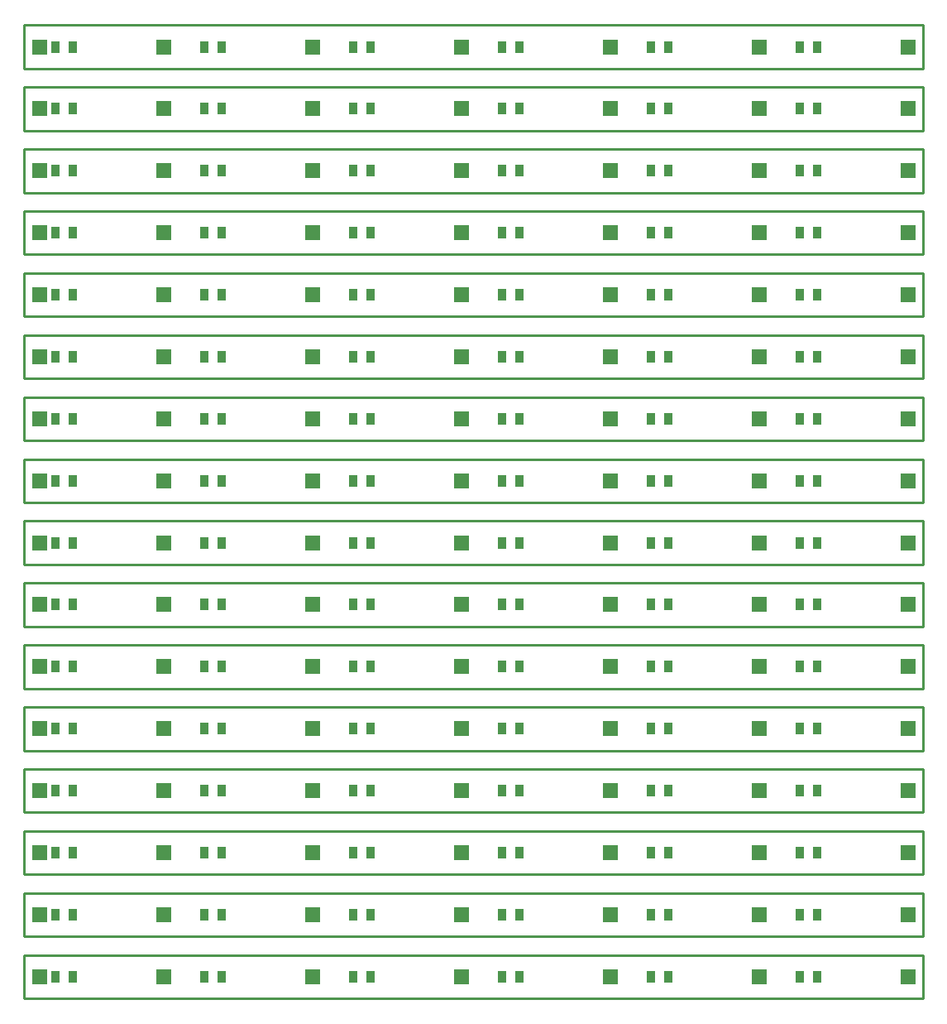
<source format=gbs>
G75*
G70*
%OFA0B0*%
%FSLAX25Y25*%
%IPPOS*%
%LPD*%
%AMOC8*
5,1,8,0,0,1.08239X$1,22.5*
%
%ADD11C,0.01000*%
%ADD12R,0.06310X0.06310*%
%ADD19R,0.03550X0.05120*%
X0010000Y0010000D02*
G75*
%LPD*%
D11*
X0010000Y0010000D02*
X0010000Y0027460D01*
X0372500Y0027460D01*
X0372500Y0010000D01*
X0010000Y0010000D01*
D19*
X0022710Y0018750D03*
X0029790Y0018750D03*
X0082710Y0018750D03*
X0089790Y0018750D03*
X0142710Y0018750D03*
X0149790Y0018750D03*
X0202710Y0018750D03*
X0209790Y0018750D03*
X0262710Y0018750D03*
X0269790Y0018750D03*
X0322710Y0018750D03*
X0329790Y0018750D03*
D12*
X0306250Y0018750D03*
X0246250Y0018750D03*
X0186250Y0018750D03*
X0126250Y0018750D03*
X0066250Y0018750D03*
X0016250Y0018750D03*
X0366250Y0018750D03*
X0010000Y0034960D02*
G75*
%LPD*%
D11*
X0010000Y0034960D02*
X0010000Y0052420D01*
X0372500Y0052420D01*
X0372500Y0034960D01*
X0010000Y0034960D01*
D19*
X0022710Y0043710D03*
X0029790Y0043710D03*
X0082710Y0043710D03*
X0089790Y0043710D03*
X0142710Y0043710D03*
X0149790Y0043710D03*
X0202710Y0043710D03*
X0209790Y0043710D03*
X0262710Y0043710D03*
X0269790Y0043710D03*
X0322710Y0043710D03*
X0329790Y0043710D03*
D12*
X0306250Y0043710D03*
X0246250Y0043710D03*
X0186250Y0043710D03*
X0126250Y0043710D03*
X0066250Y0043710D03*
X0016250Y0043710D03*
X0366250Y0043710D03*
X0010000Y0059920D02*
G75*
%LPD*%
D11*
X0010000Y0059920D02*
X0010000Y0077380D01*
X0372500Y0077380D01*
X0372500Y0059920D01*
X0010000Y0059920D01*
D19*
X0022710Y0068670D03*
X0029790Y0068670D03*
X0082710Y0068670D03*
X0089790Y0068670D03*
X0142710Y0068670D03*
X0149790Y0068670D03*
X0202710Y0068670D03*
X0209790Y0068670D03*
X0262710Y0068670D03*
X0269790Y0068670D03*
X0322710Y0068670D03*
X0329790Y0068670D03*
D12*
X0306250Y0068670D03*
X0246250Y0068670D03*
X0186250Y0068670D03*
X0126250Y0068670D03*
X0066250Y0068670D03*
X0016250Y0068670D03*
X0366250Y0068670D03*
X0010000Y0084880D02*
G75*
%LPD*%
D11*
X0010000Y0084880D02*
X0010000Y0102340D01*
X0372500Y0102340D01*
X0372500Y0084880D01*
X0010000Y0084880D01*
D19*
X0022710Y0093630D03*
X0029790Y0093630D03*
X0082710Y0093630D03*
X0089790Y0093630D03*
X0142710Y0093630D03*
X0149790Y0093630D03*
X0202710Y0093630D03*
X0209790Y0093630D03*
X0262710Y0093630D03*
X0269790Y0093630D03*
X0322710Y0093630D03*
X0329790Y0093630D03*
D12*
X0306250Y0093630D03*
X0246250Y0093630D03*
X0186250Y0093630D03*
X0126250Y0093630D03*
X0066250Y0093630D03*
X0016250Y0093630D03*
X0366250Y0093630D03*
X0010000Y0109840D02*
G75*
%LPD*%
D11*
X0010000Y0109840D02*
X0010000Y0127300D01*
X0372500Y0127300D01*
X0372500Y0109840D01*
X0010000Y0109840D01*
D19*
X0022710Y0118590D03*
X0029790Y0118590D03*
X0082710Y0118590D03*
X0089790Y0118590D03*
X0142710Y0118590D03*
X0149790Y0118590D03*
X0202710Y0118590D03*
X0209790Y0118590D03*
X0262710Y0118590D03*
X0269790Y0118590D03*
X0322710Y0118590D03*
X0329790Y0118590D03*
D12*
X0306250Y0118590D03*
X0246250Y0118590D03*
X0186250Y0118590D03*
X0126250Y0118590D03*
X0066250Y0118590D03*
X0016250Y0118590D03*
X0366250Y0118590D03*
X0010000Y0134800D02*
G75*
%LPD*%
D11*
X0010000Y0134800D02*
X0010000Y0152260D01*
X0372500Y0152260D01*
X0372500Y0134800D01*
X0010000Y0134800D01*
D19*
X0022710Y0143550D03*
X0029790Y0143550D03*
X0082710Y0143550D03*
X0089790Y0143550D03*
X0142710Y0143550D03*
X0149790Y0143550D03*
X0202710Y0143550D03*
X0209790Y0143550D03*
X0262710Y0143550D03*
X0269790Y0143550D03*
X0322710Y0143550D03*
X0329790Y0143550D03*
D12*
X0306250Y0143550D03*
X0246250Y0143550D03*
X0186250Y0143550D03*
X0126250Y0143550D03*
X0066250Y0143550D03*
X0016250Y0143550D03*
X0366250Y0143550D03*
X0010000Y0159760D02*
G75*
%LPD*%
D11*
X0010000Y0159760D02*
X0010000Y0177220D01*
X0372500Y0177220D01*
X0372500Y0159760D01*
X0010000Y0159760D01*
D19*
X0022710Y0168510D03*
X0029790Y0168510D03*
X0082710Y0168510D03*
X0089790Y0168510D03*
X0142710Y0168510D03*
X0149790Y0168510D03*
X0202710Y0168510D03*
X0209790Y0168510D03*
X0262710Y0168510D03*
X0269790Y0168510D03*
X0322710Y0168510D03*
X0329790Y0168510D03*
D12*
X0306250Y0168510D03*
X0246250Y0168510D03*
X0186250Y0168510D03*
X0126250Y0168510D03*
X0066250Y0168510D03*
X0016250Y0168510D03*
X0366250Y0168510D03*
X0010000Y0184720D02*
G75*
%LPD*%
D11*
X0010000Y0184720D02*
X0010000Y0202180D01*
X0372500Y0202180D01*
X0372500Y0184720D01*
X0010000Y0184720D01*
D19*
X0022710Y0193470D03*
X0029790Y0193470D03*
X0082710Y0193470D03*
X0089790Y0193470D03*
X0142710Y0193470D03*
X0149790Y0193470D03*
X0202710Y0193470D03*
X0209790Y0193470D03*
X0262710Y0193470D03*
X0269790Y0193470D03*
X0322710Y0193470D03*
X0329790Y0193470D03*
D12*
X0306250Y0193470D03*
X0246250Y0193470D03*
X0186250Y0193470D03*
X0126250Y0193470D03*
X0066250Y0193470D03*
X0016250Y0193470D03*
X0366250Y0193470D03*
X0010000Y0209680D02*
G75*
%LPD*%
D11*
X0010000Y0209680D02*
X0010000Y0227140D01*
X0372500Y0227140D01*
X0372500Y0209680D01*
X0010000Y0209680D01*
D19*
X0022710Y0218430D03*
X0029790Y0218430D03*
X0082710Y0218430D03*
X0089790Y0218430D03*
X0142710Y0218430D03*
X0149790Y0218430D03*
X0202710Y0218430D03*
X0209790Y0218430D03*
X0262710Y0218430D03*
X0269790Y0218430D03*
X0322710Y0218430D03*
X0329790Y0218430D03*
D12*
X0306250Y0218430D03*
X0246250Y0218430D03*
X0186250Y0218430D03*
X0126250Y0218430D03*
X0066250Y0218430D03*
X0016250Y0218430D03*
X0366250Y0218430D03*
X0010000Y0234640D02*
G75*
%LPD*%
D11*
X0010000Y0234640D02*
X0010000Y0252100D01*
X0372500Y0252100D01*
X0372500Y0234640D01*
X0010000Y0234640D01*
D19*
X0022710Y0243390D03*
X0029790Y0243390D03*
X0082710Y0243390D03*
X0089790Y0243390D03*
X0142710Y0243390D03*
X0149790Y0243390D03*
X0202710Y0243390D03*
X0209790Y0243390D03*
X0262710Y0243390D03*
X0269790Y0243390D03*
X0322710Y0243390D03*
X0329790Y0243390D03*
D12*
X0306250Y0243390D03*
X0246250Y0243390D03*
X0186250Y0243390D03*
X0126250Y0243390D03*
X0066250Y0243390D03*
X0016250Y0243390D03*
X0366250Y0243390D03*
X0010000Y0259600D02*
G75*
%LPD*%
D11*
X0010000Y0259600D02*
X0010000Y0277060D01*
X0372500Y0277060D01*
X0372500Y0259600D01*
X0010000Y0259600D01*
D19*
X0022710Y0268350D03*
X0029790Y0268350D03*
X0082710Y0268350D03*
X0089790Y0268350D03*
X0142710Y0268350D03*
X0149790Y0268350D03*
X0202710Y0268350D03*
X0209790Y0268350D03*
X0262710Y0268350D03*
X0269790Y0268350D03*
X0322710Y0268350D03*
X0329790Y0268350D03*
D12*
X0306250Y0268350D03*
X0246250Y0268350D03*
X0186250Y0268350D03*
X0126250Y0268350D03*
X0066250Y0268350D03*
X0016250Y0268350D03*
X0366250Y0268350D03*
X0010000Y0284560D02*
G75*
%LPD*%
D11*
X0010000Y0284560D02*
X0010000Y0302020D01*
X0372500Y0302020D01*
X0372500Y0284560D01*
X0010000Y0284560D01*
D19*
X0022710Y0293310D03*
X0029790Y0293310D03*
X0082710Y0293310D03*
X0089790Y0293310D03*
X0142710Y0293310D03*
X0149790Y0293310D03*
X0202710Y0293310D03*
X0209790Y0293310D03*
X0262710Y0293310D03*
X0269790Y0293310D03*
X0322710Y0293310D03*
X0329790Y0293310D03*
D12*
X0306250Y0293310D03*
X0246250Y0293310D03*
X0186250Y0293310D03*
X0126250Y0293310D03*
X0066250Y0293310D03*
X0016250Y0293310D03*
X0366250Y0293310D03*
X0010000Y0309520D02*
G75*
%LPD*%
D11*
X0010000Y0309520D02*
X0010000Y0326980D01*
X0372500Y0326980D01*
X0372500Y0309520D01*
X0010000Y0309520D01*
D19*
X0022710Y0318270D03*
X0029790Y0318270D03*
X0082710Y0318270D03*
X0089790Y0318270D03*
X0142710Y0318270D03*
X0149790Y0318270D03*
X0202710Y0318270D03*
X0209790Y0318270D03*
X0262710Y0318270D03*
X0269790Y0318270D03*
X0322710Y0318270D03*
X0329790Y0318270D03*
D12*
X0306250Y0318270D03*
X0246250Y0318270D03*
X0186250Y0318270D03*
X0126250Y0318270D03*
X0066250Y0318270D03*
X0016250Y0318270D03*
X0366250Y0318270D03*
X0010000Y0334480D02*
G75*
%LPD*%
D11*
X0010000Y0334480D02*
X0010000Y0351940D01*
X0372500Y0351940D01*
X0372500Y0334480D01*
X0010000Y0334480D01*
D19*
X0022710Y0343230D03*
X0029790Y0343230D03*
X0082710Y0343230D03*
X0089790Y0343230D03*
X0142710Y0343230D03*
X0149790Y0343230D03*
X0202710Y0343230D03*
X0209790Y0343230D03*
X0262710Y0343230D03*
X0269790Y0343230D03*
X0322710Y0343230D03*
X0329790Y0343230D03*
D12*
X0306250Y0343230D03*
X0246250Y0343230D03*
X0186250Y0343230D03*
X0126250Y0343230D03*
X0066250Y0343230D03*
X0016250Y0343230D03*
X0366250Y0343230D03*
X0010000Y0359440D02*
G75*
%LPD*%
D11*
X0010000Y0359440D02*
X0010000Y0376900D01*
X0372500Y0376900D01*
X0372500Y0359440D01*
X0010000Y0359440D01*
D19*
X0022710Y0368190D03*
X0029790Y0368190D03*
X0082710Y0368190D03*
X0089790Y0368190D03*
X0142710Y0368190D03*
X0149790Y0368190D03*
X0202710Y0368190D03*
X0209790Y0368190D03*
X0262710Y0368190D03*
X0269790Y0368190D03*
X0322710Y0368190D03*
X0329790Y0368190D03*
D12*
X0306250Y0368190D03*
X0246250Y0368190D03*
X0186250Y0368190D03*
X0126250Y0368190D03*
X0066250Y0368190D03*
X0016250Y0368190D03*
X0366250Y0368190D03*
X0010000Y0384400D02*
G75*
%LPD*%
D11*
X0010000Y0384400D02*
X0010000Y0401860D01*
X0372500Y0401860D01*
X0372500Y0384400D01*
X0010000Y0384400D01*
D19*
X0022710Y0393150D03*
X0029790Y0393150D03*
X0082710Y0393150D03*
X0089790Y0393150D03*
X0142710Y0393150D03*
X0149790Y0393150D03*
X0202710Y0393150D03*
X0209790Y0393150D03*
X0262710Y0393150D03*
X0269790Y0393150D03*
X0322710Y0393150D03*
X0329790Y0393150D03*
D12*
X0306250Y0393150D03*
X0246250Y0393150D03*
X0186250Y0393150D03*
X0126250Y0393150D03*
X0066250Y0393150D03*
X0016250Y0393150D03*
X0366250Y0393150D03*
M02*

</source>
